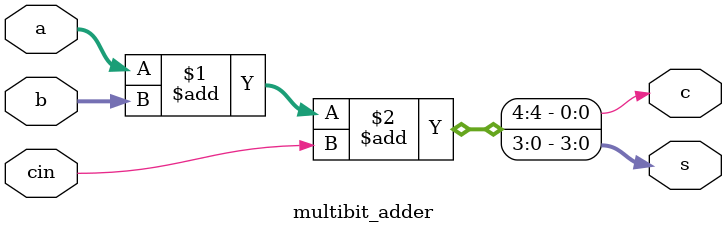
<source format=v>
`timescale 1ns / 1ps
module multibit_adder(a,b,cin,s,c);
input [3:0]a,b;
input cin;
output [3:0]s;
output c;
assign {c,s}=a+b+cin;
endmodule

</source>
